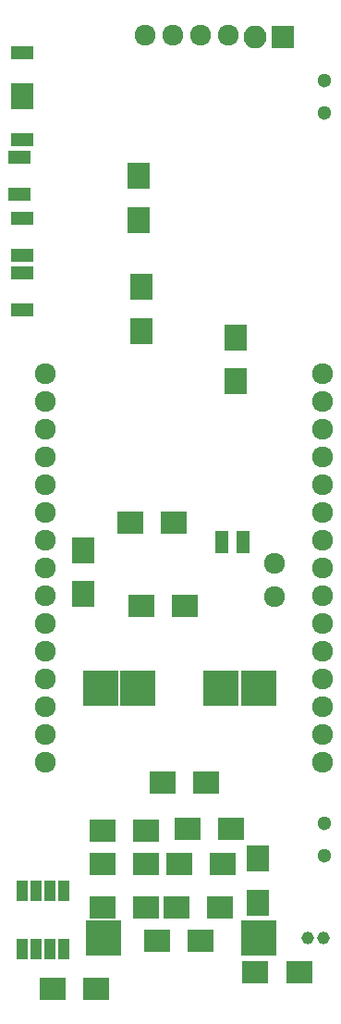
<source format=gts>
G04 #@! TF.FileFunction,Soldermask,Top*
%FSLAX46Y46*%
G04 Gerber Fmt 4.6, Leading zero omitted, Abs format (unit mm)*
G04 Created by KiCad (PCBNEW 4.0.4-stable) date 08/15/17 20:15:12*
%MOMM*%
%LPD*%
G01*
G04 APERTURE LIST*
%ADD10C,0.100000*%
%ADD11R,2.400000X2.000000*%
%ADD12R,2.400000X2.100000*%
%ADD13C,1.924000*%
%ADD14C,1.160000*%
%ADD15R,2.100000X2.400000*%
%ADD16C,1.300000*%
%ADD17R,3.200000X3.200000*%
%ADD18R,2.000000X2.400000*%
%ADD19R,2.100000X1.300000*%
%ADD20R,1.150000X0.800000*%
%ADD21R,2.100000X2.100000*%
%ADD22O,2.100000X2.100000*%
%ADD23R,1.000000X1.950000*%
G04 APERTURE END LIST*
D10*
D11*
X129000000Y-146000000D03*
X125000000Y-146000000D03*
X131750000Y-146000000D03*
X135750000Y-146000000D03*
X125000000Y-142000000D03*
X129000000Y-142000000D03*
D12*
X130000000Y-149000000D03*
X134000000Y-149000000D03*
D13*
X128902000Y-66100000D03*
X131442000Y-66100000D03*
X133982000Y-66100000D03*
X136522000Y-66100000D03*
D14*
X143800000Y-148750000D03*
X145200000Y-148750000D03*
D12*
X132000000Y-142000000D03*
X136000000Y-142000000D03*
D15*
X123250000Y-113250000D03*
X123250000Y-117250000D03*
X139250000Y-145500000D03*
X139250000Y-141500000D03*
D13*
X140750000Y-117500000D03*
X140750000Y-114500000D03*
D16*
X145330000Y-138250000D03*
X145330000Y-141250000D03*
X145330000Y-70250000D03*
X145330000Y-73250000D03*
D13*
X119750000Y-97120000D03*
X119750000Y-99660000D03*
X119750000Y-102200000D03*
X119750000Y-104740000D03*
X119750000Y-107280000D03*
X119750000Y-109820000D03*
X119750000Y-112360000D03*
X119750000Y-114900000D03*
X119750000Y-117440000D03*
X119750000Y-119980000D03*
X119750000Y-122520000D03*
X119750000Y-125060000D03*
X119750000Y-127600000D03*
X119750000Y-130140000D03*
X119750000Y-132680000D03*
X145150000Y-97120000D03*
X145150000Y-99660000D03*
X145150000Y-102200000D03*
X145150000Y-104740000D03*
X145150000Y-107280000D03*
X145150000Y-109820000D03*
X145150000Y-112360000D03*
X145150000Y-114900000D03*
X145150000Y-117440000D03*
X145150000Y-119980000D03*
X145150000Y-122520000D03*
X145150000Y-125060000D03*
X145150000Y-127600000D03*
X145150000Y-130140000D03*
X145150000Y-132680000D03*
D17*
X128200000Y-125900000D03*
X135800000Y-125900000D03*
X124800000Y-125900000D03*
X139300000Y-125900000D03*
X125100000Y-148800000D03*
X139300000Y-148800000D03*
D12*
X129000000Y-138900000D03*
X125000000Y-138900000D03*
X132800000Y-138800000D03*
X136800000Y-138800000D03*
D11*
X120400000Y-153400000D03*
X124400000Y-153400000D03*
D18*
X137200000Y-97800000D03*
X137200000Y-93800000D03*
D15*
X128270000Y-83026000D03*
X128270000Y-79026000D03*
D12*
X131540000Y-110744000D03*
X127540000Y-110744000D03*
D15*
X128524000Y-93186000D03*
X128524000Y-89186000D03*
D12*
X132556000Y-118364000D03*
X128556000Y-118364000D03*
D19*
X117400000Y-80700000D03*
X117400000Y-77300000D03*
X117600000Y-75700000D03*
X117600000Y-72300000D03*
X117600000Y-67700000D03*
X117600000Y-71100000D03*
X117600000Y-91300000D03*
X117600000Y-87900000D03*
X117600000Y-82900000D03*
X117600000Y-86300000D03*
D20*
X135956000Y-112522000D03*
X137856000Y-113172000D03*
X137856000Y-111872000D03*
X137856000Y-112522000D03*
X135956000Y-111872000D03*
X135956000Y-113172000D03*
D21*
X141500000Y-66300000D03*
D22*
X138960000Y-66300000D03*
D23*
X117595000Y-149800000D03*
X118865000Y-149800000D03*
X120135000Y-149800000D03*
X121405000Y-149800000D03*
X121405000Y-144400000D03*
X120135000Y-144400000D03*
X118865000Y-144400000D03*
X117595000Y-144400000D03*
D12*
X139000000Y-151900000D03*
X143000000Y-151900000D03*
X130500000Y-134500000D03*
X134500000Y-134500000D03*
M02*

</source>
